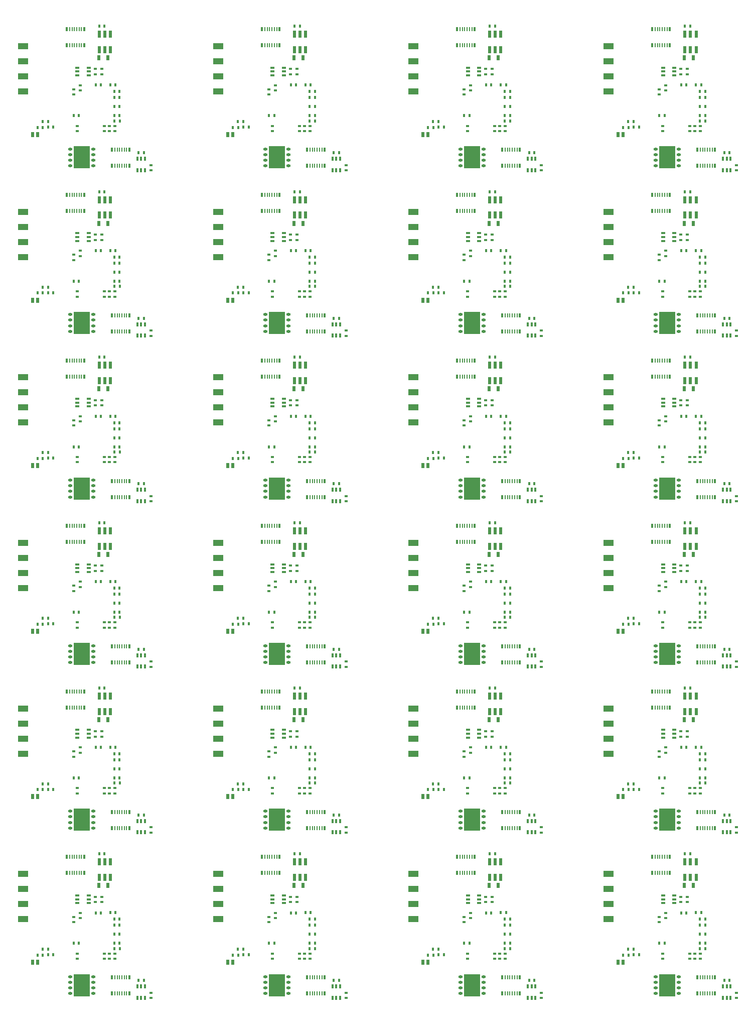
<source format=gbp>
G04 Layer_Color=128*
%FSLAX25Y25*%
%MOIN*%
G70*
G01*
G75*
%ADD13R,0.01598X0.02551*%
%ADD14R,0.01575X0.02362*%
%ADD15R,0.02362X0.01575*%
%ADD17R,0.01378X0.02598*%
%ADD18R,0.00906X0.02598*%
%ADD22R,0.02551X0.01598*%
%ADD43R,0.02441X0.04803*%
%ADD44O,0.02756X0.01969*%
%ADD45R,0.10630X0.14567*%
%ADD46R,0.01969X0.03543*%
%ADD47R,0.06500X0.04000*%
%ADD48R,0.02165X0.03347*%
D13*
X159781Y81700D02*
D03*
X162340D02*
D03*
X164899D02*
D03*
X159781Y89180D02*
D03*
X164899D02*
D03*
X162340D02*
D03*
X289466Y81700D02*
D03*
X292025D02*
D03*
X294584D02*
D03*
X289466Y89180D02*
D03*
X294584D02*
D03*
X292025D02*
D03*
X419151Y81700D02*
D03*
X421710D02*
D03*
X424269D02*
D03*
X419151Y89180D02*
D03*
X424269D02*
D03*
X421710D02*
D03*
X548836Y81700D02*
D03*
X551395D02*
D03*
X553954D02*
D03*
X548836Y89180D02*
D03*
X553954D02*
D03*
X551395D02*
D03*
X159781Y191574D02*
D03*
X162340D02*
D03*
X164899D02*
D03*
X159781Y199054D02*
D03*
X164899D02*
D03*
X162340D02*
D03*
X289466Y191574D02*
D03*
X292025D02*
D03*
X294584D02*
D03*
X289466Y199054D02*
D03*
X294584D02*
D03*
X292025D02*
D03*
X419151Y191574D02*
D03*
X421710D02*
D03*
X424269D02*
D03*
X419151Y199054D02*
D03*
X424269D02*
D03*
X421710D02*
D03*
X548836Y191574D02*
D03*
X551395D02*
D03*
X553954D02*
D03*
X548836Y199054D02*
D03*
X553954D02*
D03*
X551395D02*
D03*
X159781Y301448D02*
D03*
X162340D02*
D03*
X164899D02*
D03*
X159781Y308928D02*
D03*
X164899D02*
D03*
X162340D02*
D03*
X289466Y301448D02*
D03*
X292025D02*
D03*
X294584D02*
D03*
X289466Y308928D02*
D03*
X294584D02*
D03*
X292025D02*
D03*
X419151Y301448D02*
D03*
X421710D02*
D03*
X424269D02*
D03*
X419151Y308928D02*
D03*
X424269D02*
D03*
X421710D02*
D03*
X548836Y301448D02*
D03*
X551395D02*
D03*
X553954D02*
D03*
X548836Y308928D02*
D03*
X553954D02*
D03*
X551395D02*
D03*
X159781Y411322D02*
D03*
X162340D02*
D03*
X164899D02*
D03*
X159781Y418802D02*
D03*
X164899D02*
D03*
X162340D02*
D03*
X289466Y411322D02*
D03*
X292025D02*
D03*
X294584D02*
D03*
X289466Y418802D02*
D03*
X294584D02*
D03*
X292025D02*
D03*
X419151Y411322D02*
D03*
X421710D02*
D03*
X424269D02*
D03*
X419151Y418802D02*
D03*
X424269D02*
D03*
X421710D02*
D03*
X548836Y411322D02*
D03*
X551395D02*
D03*
X553954D02*
D03*
X548836Y418802D02*
D03*
X553954D02*
D03*
X551395D02*
D03*
X159781Y521196D02*
D03*
X162340D02*
D03*
X164899D02*
D03*
X159781Y528676D02*
D03*
X164899D02*
D03*
X162340D02*
D03*
X289466Y521196D02*
D03*
X292025D02*
D03*
X294584D02*
D03*
X289466Y528676D02*
D03*
X294584D02*
D03*
X292025D02*
D03*
X419151Y521196D02*
D03*
X421710D02*
D03*
X424269D02*
D03*
X419151Y528676D02*
D03*
X424269D02*
D03*
X421710D02*
D03*
X548836Y521196D02*
D03*
X551395D02*
D03*
X553954D02*
D03*
X548836Y528676D02*
D03*
X553954D02*
D03*
X551395D02*
D03*
X159781Y631070D02*
D03*
X162340D02*
D03*
X164899D02*
D03*
X159781Y638550D02*
D03*
X164899D02*
D03*
X162340D02*
D03*
X289466Y631070D02*
D03*
X292025D02*
D03*
X294584D02*
D03*
X289466Y638550D02*
D03*
X294584D02*
D03*
X292025D02*
D03*
X419151Y631070D02*
D03*
X421710D02*
D03*
X424269D02*
D03*
X419151Y638550D02*
D03*
X424269D02*
D03*
X421710D02*
D03*
X548836Y631070D02*
D03*
X551395D02*
D03*
X553954D02*
D03*
X548836Y638550D02*
D03*
X553954D02*
D03*
X551395D02*
D03*
D14*
X100469Y110140D02*
D03*
X104012D02*
D03*
X97012Y109940D02*
D03*
X93468D02*
D03*
X96969Y113840D02*
D03*
X100512D02*
D03*
X138012Y177240D02*
D03*
X134468D02*
D03*
X141795Y138094D02*
D03*
X145339D02*
D03*
X144468Y133740D02*
D03*
X148012D02*
D03*
X144468Y129740D02*
D03*
X148012D02*
D03*
X121012Y117740D02*
D03*
X117469D02*
D03*
X144468Y123740D02*
D03*
X148012D02*
D03*
X144569Y114340D02*
D03*
X148112D02*
D03*
X144468Y117740D02*
D03*
X148012D02*
D03*
X132069Y138040D02*
D03*
X135612D02*
D03*
X160669Y93140D02*
D03*
X164212D02*
D03*
X230153Y110140D02*
D03*
X233697D02*
D03*
X226697Y109940D02*
D03*
X223153D02*
D03*
X226654Y113840D02*
D03*
X230197D02*
D03*
X267697Y177240D02*
D03*
X264154D02*
D03*
X271480Y138094D02*
D03*
X275024D02*
D03*
X274153Y133740D02*
D03*
X277697D02*
D03*
X274153Y129740D02*
D03*
X277697D02*
D03*
X250697Y117740D02*
D03*
X247153D02*
D03*
X274153Y123740D02*
D03*
X277697D02*
D03*
X274254Y114340D02*
D03*
X277797D02*
D03*
X274153Y117740D02*
D03*
X277697D02*
D03*
X261754Y138040D02*
D03*
X265297D02*
D03*
X290353Y93140D02*
D03*
X293897D02*
D03*
X359839Y110140D02*
D03*
X363382D02*
D03*
X356382Y109940D02*
D03*
X352839D02*
D03*
X356339Y113840D02*
D03*
X359882D02*
D03*
X397382Y177240D02*
D03*
X393839D02*
D03*
X401165Y138094D02*
D03*
X404709D02*
D03*
X403839Y133740D02*
D03*
X407382D02*
D03*
X403839Y129740D02*
D03*
X407382D02*
D03*
X380382Y117740D02*
D03*
X376839D02*
D03*
X403839Y123740D02*
D03*
X407382D02*
D03*
X403939Y114340D02*
D03*
X407482D02*
D03*
X403839Y117740D02*
D03*
X407382D02*
D03*
X391439Y138040D02*
D03*
X394982D02*
D03*
X420039Y93140D02*
D03*
X423582D02*
D03*
X489524Y110140D02*
D03*
X493067D02*
D03*
X486067Y109940D02*
D03*
X482524D02*
D03*
X486024Y113840D02*
D03*
X489567D02*
D03*
X527067Y177240D02*
D03*
X523524D02*
D03*
X530850Y138094D02*
D03*
X534394D02*
D03*
X533524Y133740D02*
D03*
X537067D02*
D03*
X533524Y129740D02*
D03*
X537067D02*
D03*
X510067Y117740D02*
D03*
X506524D02*
D03*
X533524Y123740D02*
D03*
X537067D02*
D03*
X533624Y114340D02*
D03*
X537167D02*
D03*
X533524Y117740D02*
D03*
X537067D02*
D03*
X521124Y138040D02*
D03*
X524667D02*
D03*
X549724Y93140D02*
D03*
X553267D02*
D03*
X100469Y220014D02*
D03*
X104012D02*
D03*
X97012Y219814D02*
D03*
X93468D02*
D03*
X96969Y223714D02*
D03*
X100512D02*
D03*
X138012Y287114D02*
D03*
X134468D02*
D03*
X141795Y247969D02*
D03*
X145339D02*
D03*
X144468Y243614D02*
D03*
X148012D02*
D03*
X144468Y239614D02*
D03*
X148012D02*
D03*
X121012Y227614D02*
D03*
X117469D02*
D03*
X144468Y233614D02*
D03*
X148012D02*
D03*
X144569Y224214D02*
D03*
X148112D02*
D03*
X144468Y227614D02*
D03*
X148012D02*
D03*
X132069Y247914D02*
D03*
X135612D02*
D03*
X160669Y203014D02*
D03*
X164212D02*
D03*
X230153Y220014D02*
D03*
X233697D02*
D03*
X226697Y219814D02*
D03*
X223153D02*
D03*
X226654Y223714D02*
D03*
X230197D02*
D03*
X267697Y287114D02*
D03*
X264154D02*
D03*
X271480Y247969D02*
D03*
X275024D02*
D03*
X274153Y243614D02*
D03*
X277697D02*
D03*
X274153Y239614D02*
D03*
X277697D02*
D03*
X250697Y227614D02*
D03*
X247153D02*
D03*
X274153Y233614D02*
D03*
X277697D02*
D03*
X274254Y224214D02*
D03*
X277797D02*
D03*
X274153Y227614D02*
D03*
X277697D02*
D03*
X261754Y247914D02*
D03*
X265297D02*
D03*
X290353Y203014D02*
D03*
X293897D02*
D03*
X359839Y220014D02*
D03*
X363382D02*
D03*
X356382Y219814D02*
D03*
X352839D02*
D03*
X356339Y223714D02*
D03*
X359882D02*
D03*
X397382Y287114D02*
D03*
X393839D02*
D03*
X401165Y247969D02*
D03*
X404709D02*
D03*
X403839Y243614D02*
D03*
X407382D02*
D03*
X403839Y239614D02*
D03*
X407382D02*
D03*
X380382Y227614D02*
D03*
X376839D02*
D03*
X403839Y233614D02*
D03*
X407382D02*
D03*
X403939Y224214D02*
D03*
X407482D02*
D03*
X403839Y227614D02*
D03*
X407382D02*
D03*
X391439Y247914D02*
D03*
X394982D02*
D03*
X420039Y203014D02*
D03*
X423582D02*
D03*
X489524Y220014D02*
D03*
X493067D02*
D03*
X486067Y219814D02*
D03*
X482524D02*
D03*
X486024Y223714D02*
D03*
X489567D02*
D03*
X527067Y287114D02*
D03*
X523524D02*
D03*
X530850Y247969D02*
D03*
X534394D02*
D03*
X533524Y243614D02*
D03*
X537067D02*
D03*
X533524Y239614D02*
D03*
X537067D02*
D03*
X510067Y227614D02*
D03*
X506524D02*
D03*
X533524Y233614D02*
D03*
X537067D02*
D03*
X533624Y224214D02*
D03*
X537167D02*
D03*
X533524Y227614D02*
D03*
X537067D02*
D03*
X521124Y247914D02*
D03*
X524667D02*
D03*
X549724Y203014D02*
D03*
X553267D02*
D03*
X100469Y329888D02*
D03*
X104012D02*
D03*
X97012Y329688D02*
D03*
X93468D02*
D03*
X96969Y333588D02*
D03*
X100512D02*
D03*
X138012Y396988D02*
D03*
X134468D02*
D03*
X141795Y357842D02*
D03*
X145339D02*
D03*
X144468Y353488D02*
D03*
X148012D02*
D03*
X144468Y349488D02*
D03*
X148012D02*
D03*
X121012Y337488D02*
D03*
X117469D02*
D03*
X144468Y343488D02*
D03*
X148012D02*
D03*
X144569Y334088D02*
D03*
X148112D02*
D03*
X144468Y337488D02*
D03*
X148012D02*
D03*
X132069Y357788D02*
D03*
X135612D02*
D03*
X160669Y312888D02*
D03*
X164212D02*
D03*
X230153Y329888D02*
D03*
X233697D02*
D03*
X226697Y329688D02*
D03*
X223153D02*
D03*
X226654Y333588D02*
D03*
X230197D02*
D03*
X267697Y396988D02*
D03*
X264154D02*
D03*
X271480Y357842D02*
D03*
X275024D02*
D03*
X274153Y353488D02*
D03*
X277697D02*
D03*
X274153Y349488D02*
D03*
X277697D02*
D03*
X250697Y337488D02*
D03*
X247153D02*
D03*
X274153Y343488D02*
D03*
X277697D02*
D03*
X274254Y334088D02*
D03*
X277797D02*
D03*
X274153Y337488D02*
D03*
X277697D02*
D03*
X261754Y357788D02*
D03*
X265297D02*
D03*
X290353Y312888D02*
D03*
X293897D02*
D03*
X359839Y329888D02*
D03*
X363382D02*
D03*
X356382Y329688D02*
D03*
X352839D02*
D03*
X356339Y333588D02*
D03*
X359882D02*
D03*
X397382Y396988D02*
D03*
X393839D02*
D03*
X401165Y357842D02*
D03*
X404709D02*
D03*
X403839Y353488D02*
D03*
X407382D02*
D03*
X403839Y349488D02*
D03*
X407382D02*
D03*
X380382Y337488D02*
D03*
X376839D02*
D03*
X403839Y343488D02*
D03*
X407382D02*
D03*
X403939Y334088D02*
D03*
X407482D02*
D03*
X403839Y337488D02*
D03*
X407382D02*
D03*
X391439Y357788D02*
D03*
X394982D02*
D03*
X420039Y312888D02*
D03*
X423582D02*
D03*
X489524Y329888D02*
D03*
X493067D02*
D03*
X486067Y329688D02*
D03*
X482524D02*
D03*
X486024Y333588D02*
D03*
X489567D02*
D03*
X527067Y396988D02*
D03*
X523524D02*
D03*
X530850Y357842D02*
D03*
X534394D02*
D03*
X533524Y353488D02*
D03*
X537067D02*
D03*
X533524Y349488D02*
D03*
X537067D02*
D03*
X510067Y337488D02*
D03*
X506524D02*
D03*
X533524Y343488D02*
D03*
X537067D02*
D03*
X533624Y334088D02*
D03*
X537167D02*
D03*
X533524Y337488D02*
D03*
X537067D02*
D03*
X521124Y357788D02*
D03*
X524667D02*
D03*
X549724Y312888D02*
D03*
X553267D02*
D03*
X100469Y439762D02*
D03*
X104012D02*
D03*
X97012Y439562D02*
D03*
X93468D02*
D03*
X96969Y443462D02*
D03*
X100512D02*
D03*
X138012Y506862D02*
D03*
X134468D02*
D03*
X141795Y467717D02*
D03*
X145339D02*
D03*
X144468Y463362D02*
D03*
X148012D02*
D03*
X144468Y459362D02*
D03*
X148012D02*
D03*
X121012Y447362D02*
D03*
X117469D02*
D03*
X144468Y453362D02*
D03*
X148012D02*
D03*
X144569Y443962D02*
D03*
X148112D02*
D03*
X144468Y447362D02*
D03*
X148012D02*
D03*
X132069Y467662D02*
D03*
X135612D02*
D03*
X160669Y422762D02*
D03*
X164212D02*
D03*
X230153Y439762D02*
D03*
X233697D02*
D03*
X226697Y439562D02*
D03*
X223153D02*
D03*
X226654Y443462D02*
D03*
X230197D02*
D03*
X267697Y506862D02*
D03*
X264154D02*
D03*
X271480Y467717D02*
D03*
X275024D02*
D03*
X274153Y463362D02*
D03*
X277697D02*
D03*
X274153Y459362D02*
D03*
X277697D02*
D03*
X250697Y447362D02*
D03*
X247153D02*
D03*
X274153Y453362D02*
D03*
X277697D02*
D03*
X274254Y443962D02*
D03*
X277797D02*
D03*
X274153Y447362D02*
D03*
X277697D02*
D03*
X261754Y467662D02*
D03*
X265297D02*
D03*
X290353Y422762D02*
D03*
X293897D02*
D03*
X359839Y439762D02*
D03*
X363382D02*
D03*
X356382Y439562D02*
D03*
X352839D02*
D03*
X356339Y443462D02*
D03*
X359882D02*
D03*
X397382Y506862D02*
D03*
X393839D02*
D03*
X401165Y467717D02*
D03*
X404709D02*
D03*
X403839Y463362D02*
D03*
X407382D02*
D03*
X403839Y459362D02*
D03*
X407382D02*
D03*
X380382Y447362D02*
D03*
X376839D02*
D03*
X403839Y453362D02*
D03*
X407382D02*
D03*
X403939Y443962D02*
D03*
X407482D02*
D03*
X403839Y447362D02*
D03*
X407382D02*
D03*
X391439Y467662D02*
D03*
X394982D02*
D03*
X420039Y422762D02*
D03*
X423582D02*
D03*
X489524Y439762D02*
D03*
X493067D02*
D03*
X486067Y439562D02*
D03*
X482524D02*
D03*
X486024Y443462D02*
D03*
X489567D02*
D03*
X527067Y506862D02*
D03*
X523524D02*
D03*
X530850Y467717D02*
D03*
X534394D02*
D03*
X533524Y463362D02*
D03*
X537067D02*
D03*
X533524Y459362D02*
D03*
X537067D02*
D03*
X510067Y447362D02*
D03*
X506524D02*
D03*
X533524Y453362D02*
D03*
X537067D02*
D03*
X533624Y443962D02*
D03*
X537167D02*
D03*
X533524Y447362D02*
D03*
X537067D02*
D03*
X521124Y467662D02*
D03*
X524667D02*
D03*
X549724Y422762D02*
D03*
X553267D02*
D03*
X100469Y549636D02*
D03*
X104012D02*
D03*
X97012Y549436D02*
D03*
X93468D02*
D03*
X96969Y553336D02*
D03*
X100512D02*
D03*
X138012Y616736D02*
D03*
X134468D02*
D03*
X141795Y577591D02*
D03*
X145339D02*
D03*
X144468Y573236D02*
D03*
X148012D02*
D03*
X144468Y569236D02*
D03*
X148012D02*
D03*
X121012Y557236D02*
D03*
X117469D02*
D03*
X144468Y563236D02*
D03*
X148012D02*
D03*
X144569Y553836D02*
D03*
X148112D02*
D03*
X144468Y557236D02*
D03*
X148012D02*
D03*
X132069Y577536D02*
D03*
X135612D02*
D03*
X160669Y532636D02*
D03*
X164212D02*
D03*
X230153Y549636D02*
D03*
X233697D02*
D03*
X226697Y549436D02*
D03*
X223153D02*
D03*
X226654Y553336D02*
D03*
X230197D02*
D03*
X267697Y616736D02*
D03*
X264154D02*
D03*
X271480Y577591D02*
D03*
X275024D02*
D03*
X274153Y573236D02*
D03*
X277697D02*
D03*
X274153Y569236D02*
D03*
X277697D02*
D03*
X250697Y557236D02*
D03*
X247153D02*
D03*
X274153Y563236D02*
D03*
X277697D02*
D03*
X274254Y553836D02*
D03*
X277797D02*
D03*
X274153Y557236D02*
D03*
X277697D02*
D03*
X261754Y577536D02*
D03*
X265297D02*
D03*
X290353Y532636D02*
D03*
X293897D02*
D03*
X359839Y549636D02*
D03*
X363382D02*
D03*
X356382Y549436D02*
D03*
X352839D02*
D03*
X356339Y553336D02*
D03*
X359882D02*
D03*
X397382Y616736D02*
D03*
X393839D02*
D03*
X401165Y577591D02*
D03*
X404709D02*
D03*
X403839Y573236D02*
D03*
X407382D02*
D03*
X403839Y569236D02*
D03*
X407382D02*
D03*
X380382Y557236D02*
D03*
X376839D02*
D03*
X403839Y563236D02*
D03*
X407382D02*
D03*
X403939Y553836D02*
D03*
X407482D02*
D03*
X403839Y557236D02*
D03*
X407382D02*
D03*
X391439Y577536D02*
D03*
X394982D02*
D03*
X420039Y532636D02*
D03*
X423582D02*
D03*
X489524Y549636D02*
D03*
X493067D02*
D03*
X486067Y549436D02*
D03*
X482524D02*
D03*
X486024Y553336D02*
D03*
X489567D02*
D03*
X527067Y616736D02*
D03*
X523524D02*
D03*
X530850Y577591D02*
D03*
X534394D02*
D03*
X533524Y573236D02*
D03*
X537067D02*
D03*
X533524Y569236D02*
D03*
X537067D02*
D03*
X510067Y557236D02*
D03*
X506524D02*
D03*
X533524Y563236D02*
D03*
X537067D02*
D03*
X533624Y553836D02*
D03*
X537167D02*
D03*
X533524Y557236D02*
D03*
X537067D02*
D03*
X521124Y577536D02*
D03*
X524667D02*
D03*
X549724Y532636D02*
D03*
X553267D02*
D03*
X100469Y659510D02*
D03*
X104012D02*
D03*
X97012Y659310D02*
D03*
X93468D02*
D03*
X96969Y663210D02*
D03*
X100512D02*
D03*
X138012Y726610D02*
D03*
X134468D02*
D03*
X141795Y687465D02*
D03*
X145339D02*
D03*
X144468Y683110D02*
D03*
X148012D02*
D03*
X144468Y679110D02*
D03*
X148012D02*
D03*
X121012Y667110D02*
D03*
X117469D02*
D03*
X144468Y673110D02*
D03*
X148012D02*
D03*
X144569Y663710D02*
D03*
X148112D02*
D03*
X144468Y667110D02*
D03*
X148012D02*
D03*
X132069Y687410D02*
D03*
X135612D02*
D03*
X160669Y642510D02*
D03*
X164212D02*
D03*
X230153Y659510D02*
D03*
X233697D02*
D03*
X226697Y659310D02*
D03*
X223153D02*
D03*
X226654Y663210D02*
D03*
X230197D02*
D03*
X267697Y726610D02*
D03*
X264154D02*
D03*
X271480Y687465D02*
D03*
X275024D02*
D03*
X274153Y683110D02*
D03*
X277697D02*
D03*
X274153Y679110D02*
D03*
X277697D02*
D03*
X250697Y667110D02*
D03*
X247153D02*
D03*
X274153Y673110D02*
D03*
X277697D02*
D03*
X274254Y663710D02*
D03*
X277797D02*
D03*
X274153Y667110D02*
D03*
X277697D02*
D03*
X261754Y687410D02*
D03*
X265297D02*
D03*
X290353Y642510D02*
D03*
X293897D02*
D03*
X359839Y659510D02*
D03*
X363382D02*
D03*
X356382Y659310D02*
D03*
X352839D02*
D03*
X356339Y663210D02*
D03*
X359882D02*
D03*
X397382Y726610D02*
D03*
X393839D02*
D03*
X401165Y687465D02*
D03*
X404709D02*
D03*
X403839Y683110D02*
D03*
X407382D02*
D03*
X403839Y679110D02*
D03*
X407382D02*
D03*
X380382Y667110D02*
D03*
X376839D02*
D03*
X403839Y673110D02*
D03*
X407382D02*
D03*
X403939Y663710D02*
D03*
X407482D02*
D03*
X403839Y667110D02*
D03*
X407382D02*
D03*
X391439Y687410D02*
D03*
X394982D02*
D03*
X420039Y642510D02*
D03*
X423582D02*
D03*
X489524Y659510D02*
D03*
X493067D02*
D03*
X486067Y659310D02*
D03*
X482524D02*
D03*
X486024Y663210D02*
D03*
X489567D02*
D03*
X527067Y726610D02*
D03*
X523524D02*
D03*
X530850Y687465D02*
D03*
X534394D02*
D03*
X533524Y683110D02*
D03*
X537067D02*
D03*
X533524Y679110D02*
D03*
X537067D02*
D03*
X510067Y667110D02*
D03*
X506524D02*
D03*
X533524Y673110D02*
D03*
X537067D02*
D03*
X533624Y663710D02*
D03*
X537167D02*
D03*
X533524Y667110D02*
D03*
X537067D02*
D03*
X521124Y687410D02*
D03*
X524667D02*
D03*
X549724Y642510D02*
D03*
X553267D02*
D03*
D15*
X144740Y111012D02*
D03*
Y107468D02*
D03*
X141040Y111012D02*
D03*
Y107468D02*
D03*
X121740Y134468D02*
D03*
Y138012D02*
D03*
X137740Y111012D02*
D03*
Y107468D02*
D03*
X119740Y111012D02*
D03*
Y107468D02*
D03*
X117386Y131795D02*
D03*
Y135339D02*
D03*
X131940Y145168D02*
D03*
Y148712D02*
D03*
X136240D02*
D03*
Y145168D02*
D03*
X168740Y85012D02*
D03*
Y81468D02*
D03*
X274425Y111012D02*
D03*
Y107468D02*
D03*
X270725Y111012D02*
D03*
Y107468D02*
D03*
X251425Y134468D02*
D03*
Y138012D02*
D03*
X267425Y111012D02*
D03*
Y107468D02*
D03*
X249425Y111012D02*
D03*
Y107468D02*
D03*
X247071Y131795D02*
D03*
Y135339D02*
D03*
X261625Y145168D02*
D03*
Y148712D02*
D03*
X265925D02*
D03*
Y145168D02*
D03*
X298425Y85012D02*
D03*
Y81468D02*
D03*
X404110Y111012D02*
D03*
Y107468D02*
D03*
X400410Y111012D02*
D03*
Y107468D02*
D03*
X381110Y134468D02*
D03*
Y138012D02*
D03*
X397110Y111012D02*
D03*
Y107468D02*
D03*
X379110Y111012D02*
D03*
Y107468D02*
D03*
X376756Y131795D02*
D03*
Y135339D02*
D03*
X391310Y145168D02*
D03*
Y148712D02*
D03*
X395610D02*
D03*
Y145168D02*
D03*
X428110Y85012D02*
D03*
Y81468D02*
D03*
X533795Y111012D02*
D03*
Y107468D02*
D03*
X530095Y111012D02*
D03*
Y107468D02*
D03*
X510795Y134468D02*
D03*
Y138012D02*
D03*
X526795Y111012D02*
D03*
Y107468D02*
D03*
X508795Y111012D02*
D03*
Y107468D02*
D03*
X506441Y131795D02*
D03*
Y135339D02*
D03*
X520995Y145168D02*
D03*
Y148712D02*
D03*
X525295D02*
D03*
Y145168D02*
D03*
X557795Y85012D02*
D03*
Y81468D02*
D03*
X144740Y220886D02*
D03*
Y217342D02*
D03*
X141040Y220886D02*
D03*
Y217342D02*
D03*
X121740Y244342D02*
D03*
Y247886D02*
D03*
X137740Y220886D02*
D03*
Y217342D02*
D03*
X119740Y220886D02*
D03*
Y217342D02*
D03*
X117386Y241669D02*
D03*
Y245213D02*
D03*
X131940Y255043D02*
D03*
Y258586D02*
D03*
X136240D02*
D03*
Y255043D02*
D03*
X168740Y194886D02*
D03*
Y191342D02*
D03*
X274425Y220886D02*
D03*
Y217342D02*
D03*
X270725Y220886D02*
D03*
Y217342D02*
D03*
X251425Y244342D02*
D03*
Y247886D02*
D03*
X267425Y220886D02*
D03*
Y217342D02*
D03*
X249425Y220886D02*
D03*
Y217342D02*
D03*
X247071Y241669D02*
D03*
Y245213D02*
D03*
X261625Y255043D02*
D03*
Y258586D02*
D03*
X265925D02*
D03*
Y255043D02*
D03*
X298425Y194886D02*
D03*
Y191342D02*
D03*
X404110Y220886D02*
D03*
Y217342D02*
D03*
X400410Y220886D02*
D03*
Y217342D02*
D03*
X381110Y244342D02*
D03*
Y247886D02*
D03*
X397110Y220886D02*
D03*
Y217342D02*
D03*
X379110Y220886D02*
D03*
Y217342D02*
D03*
X376756Y241669D02*
D03*
Y245213D02*
D03*
X391310Y255043D02*
D03*
Y258586D02*
D03*
X395610D02*
D03*
Y255043D02*
D03*
X428110Y194886D02*
D03*
Y191342D02*
D03*
X533795Y220886D02*
D03*
Y217342D02*
D03*
X530095Y220886D02*
D03*
Y217342D02*
D03*
X510795Y244342D02*
D03*
Y247886D02*
D03*
X526795Y220886D02*
D03*
Y217342D02*
D03*
X508795Y220886D02*
D03*
Y217342D02*
D03*
X506441Y241669D02*
D03*
Y245213D02*
D03*
X520995Y255043D02*
D03*
Y258586D02*
D03*
X525295D02*
D03*
Y255043D02*
D03*
X557795Y194886D02*
D03*
Y191342D02*
D03*
X144740Y330760D02*
D03*
Y327217D02*
D03*
X141040Y330760D02*
D03*
Y327217D02*
D03*
X121740Y354217D02*
D03*
Y357760D02*
D03*
X137740Y330760D02*
D03*
Y327217D02*
D03*
X119740Y330760D02*
D03*
Y327217D02*
D03*
X117386Y351543D02*
D03*
Y355087D02*
D03*
X131940Y364917D02*
D03*
Y368460D02*
D03*
X136240D02*
D03*
Y364917D02*
D03*
X168740Y304760D02*
D03*
Y301217D02*
D03*
X274425Y330760D02*
D03*
Y327217D02*
D03*
X270725Y330760D02*
D03*
Y327217D02*
D03*
X251425Y354217D02*
D03*
Y357760D02*
D03*
X267425Y330760D02*
D03*
Y327217D02*
D03*
X249425Y330760D02*
D03*
Y327217D02*
D03*
X247071Y351543D02*
D03*
Y355087D02*
D03*
X261625Y364917D02*
D03*
Y368460D02*
D03*
X265925D02*
D03*
Y364917D02*
D03*
X298425Y304760D02*
D03*
Y301217D02*
D03*
X404110Y330760D02*
D03*
Y327217D02*
D03*
X400410Y330760D02*
D03*
Y327217D02*
D03*
X381110Y354217D02*
D03*
Y357760D02*
D03*
X397110Y330760D02*
D03*
Y327217D02*
D03*
X379110Y330760D02*
D03*
Y327217D02*
D03*
X376756Y351543D02*
D03*
Y355087D02*
D03*
X391310Y364917D02*
D03*
Y368460D02*
D03*
X395610D02*
D03*
Y364917D02*
D03*
X428110Y304760D02*
D03*
Y301217D02*
D03*
X533795Y330760D02*
D03*
Y327217D02*
D03*
X530095Y330760D02*
D03*
Y327217D02*
D03*
X510795Y354217D02*
D03*
Y357760D02*
D03*
X526795Y330760D02*
D03*
Y327217D02*
D03*
X508795Y330760D02*
D03*
Y327217D02*
D03*
X506441Y351543D02*
D03*
Y355087D02*
D03*
X520995Y364917D02*
D03*
Y368460D02*
D03*
X525295D02*
D03*
Y364917D02*
D03*
X557795Y304760D02*
D03*
Y301217D02*
D03*
X144740Y440634D02*
D03*
Y437091D02*
D03*
X141040Y440634D02*
D03*
Y437091D02*
D03*
X121740Y464091D02*
D03*
Y467634D02*
D03*
X137740Y440634D02*
D03*
Y437091D02*
D03*
X119740Y440634D02*
D03*
Y437091D02*
D03*
X117386Y461417D02*
D03*
Y464961D02*
D03*
X131940Y474791D02*
D03*
Y478334D02*
D03*
X136240D02*
D03*
Y474791D02*
D03*
X168740Y414634D02*
D03*
Y411091D02*
D03*
X274425Y440634D02*
D03*
Y437091D02*
D03*
X270725Y440634D02*
D03*
Y437091D02*
D03*
X251425Y464091D02*
D03*
Y467634D02*
D03*
X267425Y440634D02*
D03*
Y437091D02*
D03*
X249425Y440634D02*
D03*
Y437091D02*
D03*
X247071Y461417D02*
D03*
Y464961D02*
D03*
X261625Y474791D02*
D03*
Y478334D02*
D03*
X265925D02*
D03*
Y474791D02*
D03*
X298425Y414634D02*
D03*
Y411091D02*
D03*
X404110Y440634D02*
D03*
Y437091D02*
D03*
X400410Y440634D02*
D03*
Y437091D02*
D03*
X381110Y464091D02*
D03*
Y467634D02*
D03*
X397110Y440634D02*
D03*
Y437091D02*
D03*
X379110Y440634D02*
D03*
Y437091D02*
D03*
X376756Y461417D02*
D03*
Y464961D02*
D03*
X391310Y474791D02*
D03*
Y478334D02*
D03*
X395610D02*
D03*
Y474791D02*
D03*
X428110Y414634D02*
D03*
Y411091D02*
D03*
X533795Y440634D02*
D03*
Y437091D02*
D03*
X530095Y440634D02*
D03*
Y437091D02*
D03*
X510795Y464091D02*
D03*
Y467634D02*
D03*
X526795Y440634D02*
D03*
Y437091D02*
D03*
X508795Y440634D02*
D03*
Y437091D02*
D03*
X506441Y461417D02*
D03*
Y464961D02*
D03*
X520995Y474791D02*
D03*
Y478334D02*
D03*
X525295D02*
D03*
Y474791D02*
D03*
X557795Y414634D02*
D03*
Y411091D02*
D03*
X144740Y550508D02*
D03*
Y546965D02*
D03*
X141040Y550508D02*
D03*
Y546965D02*
D03*
X121740Y573965D02*
D03*
Y577508D02*
D03*
X137740Y550508D02*
D03*
Y546965D02*
D03*
X119740Y550508D02*
D03*
Y546965D02*
D03*
X117386Y571291D02*
D03*
Y574835D02*
D03*
X131940Y584665D02*
D03*
Y588208D02*
D03*
X136240D02*
D03*
Y584665D02*
D03*
X168740Y524508D02*
D03*
Y520965D02*
D03*
X274425Y550508D02*
D03*
Y546965D02*
D03*
X270725Y550508D02*
D03*
Y546965D02*
D03*
X251425Y573965D02*
D03*
Y577508D02*
D03*
X267425Y550508D02*
D03*
Y546965D02*
D03*
X249425Y550508D02*
D03*
Y546965D02*
D03*
X247071Y571291D02*
D03*
Y574835D02*
D03*
X261625Y584665D02*
D03*
Y588208D02*
D03*
X265925D02*
D03*
Y584665D02*
D03*
X298425Y524508D02*
D03*
Y520965D02*
D03*
X404110Y550508D02*
D03*
Y546965D02*
D03*
X400410Y550508D02*
D03*
Y546965D02*
D03*
X381110Y573965D02*
D03*
Y577508D02*
D03*
X397110Y550508D02*
D03*
Y546965D02*
D03*
X379110Y550508D02*
D03*
Y546965D02*
D03*
X376756Y571291D02*
D03*
Y574835D02*
D03*
X391310Y584665D02*
D03*
Y588208D02*
D03*
X395610D02*
D03*
Y584665D02*
D03*
X428110Y524508D02*
D03*
Y520965D02*
D03*
X533795Y550508D02*
D03*
Y546965D02*
D03*
X530095Y550508D02*
D03*
Y546965D02*
D03*
X510795Y573965D02*
D03*
Y577508D02*
D03*
X526795Y550508D02*
D03*
Y546965D02*
D03*
X508795Y550508D02*
D03*
Y546965D02*
D03*
X506441Y571291D02*
D03*
Y574835D02*
D03*
X520995Y584665D02*
D03*
Y588208D02*
D03*
X525295D02*
D03*
Y584665D02*
D03*
X557795Y524508D02*
D03*
Y520965D02*
D03*
X144740Y660382D02*
D03*
Y656839D02*
D03*
X141040Y660382D02*
D03*
Y656839D02*
D03*
X121740Y683839D02*
D03*
Y687382D02*
D03*
X137740Y660382D02*
D03*
Y656839D02*
D03*
X119740Y660382D02*
D03*
Y656839D02*
D03*
X117386Y681165D02*
D03*
Y684709D02*
D03*
X131940Y694539D02*
D03*
Y698082D02*
D03*
X136240D02*
D03*
Y694539D02*
D03*
X168740Y634382D02*
D03*
Y630839D02*
D03*
X274425Y660382D02*
D03*
Y656839D02*
D03*
X270725Y660382D02*
D03*
Y656839D02*
D03*
X251425Y683839D02*
D03*
Y687382D02*
D03*
X267425Y660382D02*
D03*
Y656839D02*
D03*
X249425Y660382D02*
D03*
Y656839D02*
D03*
X247071Y681165D02*
D03*
Y684709D02*
D03*
X261625Y694539D02*
D03*
Y698082D02*
D03*
X265925D02*
D03*
Y694539D02*
D03*
X298425Y634382D02*
D03*
Y630839D02*
D03*
X404110Y660382D02*
D03*
Y656839D02*
D03*
X400410Y660382D02*
D03*
Y656839D02*
D03*
X381110Y683839D02*
D03*
Y687382D02*
D03*
X397110Y660382D02*
D03*
Y656839D02*
D03*
X379110Y660382D02*
D03*
Y656839D02*
D03*
X376756Y681165D02*
D03*
Y684709D02*
D03*
X391310Y694539D02*
D03*
Y698082D02*
D03*
X395610D02*
D03*
Y694539D02*
D03*
X428110Y634382D02*
D03*
Y630839D02*
D03*
X533795Y660382D02*
D03*
Y656839D02*
D03*
X530095Y660382D02*
D03*
Y656839D02*
D03*
X510795Y683839D02*
D03*
Y687382D02*
D03*
X526795Y660382D02*
D03*
Y656839D02*
D03*
X508795Y660382D02*
D03*
Y656839D02*
D03*
X506441Y681165D02*
D03*
Y684709D02*
D03*
X520995Y694539D02*
D03*
Y698082D02*
D03*
X525295D02*
D03*
Y694539D02*
D03*
X557795Y634382D02*
D03*
Y630839D02*
D03*
D17*
X154547Y95075D02*
D03*
Y84405D02*
D03*
X142933D02*
D03*
Y95075D02*
D03*
X124547Y175075D02*
D03*
Y164406D02*
D03*
X112933D02*
D03*
Y175075D02*
D03*
X284232Y95075D02*
D03*
Y84405D02*
D03*
X272618D02*
D03*
Y95075D02*
D03*
X254232Y175075D02*
D03*
Y164406D02*
D03*
X242618D02*
D03*
Y175075D02*
D03*
X413917Y95075D02*
D03*
Y84405D02*
D03*
X402303D02*
D03*
Y95075D02*
D03*
X383917Y175075D02*
D03*
Y164406D02*
D03*
X372303D02*
D03*
Y175075D02*
D03*
X543602Y95075D02*
D03*
Y84405D02*
D03*
X531988D02*
D03*
Y95075D02*
D03*
X513602Y175075D02*
D03*
Y164406D02*
D03*
X501988D02*
D03*
Y175075D02*
D03*
X154547Y204949D02*
D03*
Y194280D02*
D03*
X142933D02*
D03*
Y204949D02*
D03*
X124547Y284949D02*
D03*
Y274279D02*
D03*
X112933D02*
D03*
Y284949D02*
D03*
X284232Y204949D02*
D03*
Y194280D02*
D03*
X272618D02*
D03*
Y204949D02*
D03*
X254232Y284949D02*
D03*
Y274279D02*
D03*
X242618D02*
D03*
Y284949D02*
D03*
X413917Y204949D02*
D03*
Y194280D02*
D03*
X402303D02*
D03*
Y204949D02*
D03*
X383917Y284949D02*
D03*
Y274279D02*
D03*
X372303D02*
D03*
Y284949D02*
D03*
X543602Y204949D02*
D03*
Y194280D02*
D03*
X531988D02*
D03*
Y204949D02*
D03*
X513602Y284949D02*
D03*
Y274279D02*
D03*
X501988D02*
D03*
Y284949D02*
D03*
X154547Y314823D02*
D03*
Y304153D02*
D03*
X142933D02*
D03*
Y314823D02*
D03*
X124547Y394823D02*
D03*
Y384154D02*
D03*
X112933D02*
D03*
Y394823D02*
D03*
X284232Y314823D02*
D03*
Y304153D02*
D03*
X272618D02*
D03*
Y314823D02*
D03*
X254232Y394823D02*
D03*
Y384154D02*
D03*
X242618D02*
D03*
Y394823D02*
D03*
X413917Y314823D02*
D03*
Y304153D02*
D03*
X402303D02*
D03*
Y314823D02*
D03*
X383917Y394823D02*
D03*
Y384154D02*
D03*
X372303D02*
D03*
Y394823D02*
D03*
X543602Y314823D02*
D03*
Y304153D02*
D03*
X531988D02*
D03*
Y314823D02*
D03*
X513602Y394823D02*
D03*
Y384154D02*
D03*
X501988D02*
D03*
Y394823D02*
D03*
X154547Y424697D02*
D03*
Y414028D02*
D03*
X142933D02*
D03*
Y424697D02*
D03*
X124547Y504697D02*
D03*
Y494028D02*
D03*
X112933D02*
D03*
Y504697D02*
D03*
X284232Y424697D02*
D03*
Y414028D02*
D03*
X272618D02*
D03*
Y424697D02*
D03*
X254232Y504697D02*
D03*
Y494028D02*
D03*
X242618D02*
D03*
Y504697D02*
D03*
X413917Y424697D02*
D03*
Y414028D02*
D03*
X402303D02*
D03*
Y424697D02*
D03*
X383917Y504697D02*
D03*
Y494028D02*
D03*
X372303D02*
D03*
Y504697D02*
D03*
X543602Y424697D02*
D03*
Y414028D02*
D03*
X531988D02*
D03*
Y424697D02*
D03*
X513602Y504697D02*
D03*
Y494028D02*
D03*
X501988D02*
D03*
Y504697D02*
D03*
X154547Y534571D02*
D03*
Y523902D02*
D03*
X142933D02*
D03*
Y534571D02*
D03*
X124547Y614571D02*
D03*
Y603902D02*
D03*
X112933D02*
D03*
Y614571D02*
D03*
X284232Y534571D02*
D03*
Y523902D02*
D03*
X272618D02*
D03*
Y534571D02*
D03*
X254232Y614571D02*
D03*
Y603902D02*
D03*
X242618D02*
D03*
Y614571D02*
D03*
X413917Y534571D02*
D03*
Y523902D02*
D03*
X402303D02*
D03*
Y534571D02*
D03*
X383917Y614571D02*
D03*
Y603902D02*
D03*
X372303D02*
D03*
Y614571D02*
D03*
X543602Y534571D02*
D03*
Y523902D02*
D03*
X531988D02*
D03*
Y534571D02*
D03*
X513602Y614571D02*
D03*
Y603902D02*
D03*
X501988D02*
D03*
Y614571D02*
D03*
X154547Y644445D02*
D03*
Y633776D02*
D03*
X142933D02*
D03*
Y644445D02*
D03*
X124547Y724445D02*
D03*
Y713776D02*
D03*
X112933D02*
D03*
Y724445D02*
D03*
X284232Y644445D02*
D03*
Y633776D02*
D03*
X272618D02*
D03*
Y644445D02*
D03*
X254232Y724445D02*
D03*
Y713776D02*
D03*
X242618D02*
D03*
Y724445D02*
D03*
X413917Y644445D02*
D03*
Y633776D02*
D03*
X402303D02*
D03*
Y644445D02*
D03*
X383917Y724445D02*
D03*
Y713776D02*
D03*
X372303D02*
D03*
Y724445D02*
D03*
X543602Y644445D02*
D03*
Y633776D02*
D03*
X531988D02*
D03*
Y644445D02*
D03*
X513602Y724445D02*
D03*
Y713776D02*
D03*
X501988D02*
D03*
Y724445D02*
D03*
D18*
X152677Y84405D02*
D03*
X151102D02*
D03*
X149528D02*
D03*
X147953D02*
D03*
X146378D02*
D03*
X144803D02*
D03*
Y95075D02*
D03*
X146378D02*
D03*
X147953D02*
D03*
X149528D02*
D03*
X151102D02*
D03*
X152677D02*
D03*
X122677Y164406D02*
D03*
X121102D02*
D03*
X119528D02*
D03*
X117953D02*
D03*
X116378D02*
D03*
X114803D02*
D03*
Y175075D02*
D03*
X116378D02*
D03*
X117953D02*
D03*
X119528D02*
D03*
X121102D02*
D03*
X122677D02*
D03*
X282362Y84405D02*
D03*
X280787D02*
D03*
X279213D02*
D03*
X277638D02*
D03*
X276063D02*
D03*
X274488D02*
D03*
Y95075D02*
D03*
X276063D02*
D03*
X277638D02*
D03*
X279213D02*
D03*
X280787D02*
D03*
X282362D02*
D03*
X252362Y164406D02*
D03*
X250787D02*
D03*
X249213D02*
D03*
X247638D02*
D03*
X246063D02*
D03*
X244488D02*
D03*
Y175075D02*
D03*
X246063D02*
D03*
X247638D02*
D03*
X249213D02*
D03*
X250787D02*
D03*
X252362D02*
D03*
X412047Y84405D02*
D03*
X410472D02*
D03*
X408898D02*
D03*
X407323D02*
D03*
X405748D02*
D03*
X404173D02*
D03*
Y95075D02*
D03*
X405748D02*
D03*
X407323D02*
D03*
X408898D02*
D03*
X410472D02*
D03*
X412047D02*
D03*
X382047Y164406D02*
D03*
X380472D02*
D03*
X378898D02*
D03*
X377323D02*
D03*
X375748D02*
D03*
X374173D02*
D03*
Y175075D02*
D03*
X375748D02*
D03*
X377323D02*
D03*
X378898D02*
D03*
X380472D02*
D03*
X382047D02*
D03*
X541732Y84405D02*
D03*
X540158D02*
D03*
X538583D02*
D03*
X537008D02*
D03*
X535433D02*
D03*
X533858D02*
D03*
Y95075D02*
D03*
X535433D02*
D03*
X537008D02*
D03*
X538583D02*
D03*
X540158D02*
D03*
X541732D02*
D03*
X511732Y164406D02*
D03*
X510157D02*
D03*
X508583D02*
D03*
X507008D02*
D03*
X505433D02*
D03*
X503858D02*
D03*
Y175075D02*
D03*
X505433D02*
D03*
X507008D02*
D03*
X508583D02*
D03*
X510157D02*
D03*
X511732D02*
D03*
X152677Y194280D02*
D03*
X151102D02*
D03*
X149528D02*
D03*
X147953D02*
D03*
X146378D02*
D03*
X144803D02*
D03*
Y204949D02*
D03*
X146378D02*
D03*
X147953D02*
D03*
X149528D02*
D03*
X151102D02*
D03*
X152677D02*
D03*
X122677Y274279D02*
D03*
X121102D02*
D03*
X119528D02*
D03*
X117953D02*
D03*
X116378D02*
D03*
X114803D02*
D03*
Y284949D02*
D03*
X116378D02*
D03*
X117953D02*
D03*
X119528D02*
D03*
X121102D02*
D03*
X122677D02*
D03*
X282362Y194280D02*
D03*
X280787D02*
D03*
X279213D02*
D03*
X277638D02*
D03*
X276063D02*
D03*
X274488D02*
D03*
Y204949D02*
D03*
X276063D02*
D03*
X277638D02*
D03*
X279213D02*
D03*
X280787D02*
D03*
X282362D02*
D03*
X252362Y274279D02*
D03*
X250787D02*
D03*
X249213D02*
D03*
X247638D02*
D03*
X246063D02*
D03*
X244488D02*
D03*
Y284949D02*
D03*
X246063D02*
D03*
X247638D02*
D03*
X249213D02*
D03*
X250787D02*
D03*
X252362D02*
D03*
X412047Y194280D02*
D03*
X410472D02*
D03*
X408898D02*
D03*
X407323D02*
D03*
X405748D02*
D03*
X404173D02*
D03*
Y204949D02*
D03*
X405748D02*
D03*
X407323D02*
D03*
X408898D02*
D03*
X410472D02*
D03*
X412047D02*
D03*
X382047Y274279D02*
D03*
X380472D02*
D03*
X378898D02*
D03*
X377323D02*
D03*
X375748D02*
D03*
X374173D02*
D03*
Y284949D02*
D03*
X375748D02*
D03*
X377323D02*
D03*
X378898D02*
D03*
X380472D02*
D03*
X382047D02*
D03*
X541732Y194280D02*
D03*
X540158D02*
D03*
X538583D02*
D03*
X537008D02*
D03*
X535433D02*
D03*
X533858D02*
D03*
Y204949D02*
D03*
X535433D02*
D03*
X537008D02*
D03*
X538583D02*
D03*
X540158D02*
D03*
X541732D02*
D03*
X511732Y274279D02*
D03*
X510157D02*
D03*
X508583D02*
D03*
X507008D02*
D03*
X505433D02*
D03*
X503858D02*
D03*
Y284949D02*
D03*
X505433D02*
D03*
X507008D02*
D03*
X508583D02*
D03*
X510157D02*
D03*
X511732D02*
D03*
X152677Y304154D02*
D03*
X151102D02*
D03*
X149528D02*
D03*
X147953D02*
D03*
X146378D02*
D03*
X144803D02*
D03*
Y314823D02*
D03*
X146378D02*
D03*
X147953D02*
D03*
X149528D02*
D03*
X151102D02*
D03*
X152677D02*
D03*
X122677Y384154D02*
D03*
X121102D02*
D03*
X119528D02*
D03*
X117953D02*
D03*
X116378D02*
D03*
X114803D02*
D03*
Y394823D02*
D03*
X116378D02*
D03*
X117953D02*
D03*
X119528D02*
D03*
X121102D02*
D03*
X122677D02*
D03*
X282362Y304154D02*
D03*
X280787D02*
D03*
X279213D02*
D03*
X277638D02*
D03*
X276063D02*
D03*
X274488D02*
D03*
Y314823D02*
D03*
X276063D02*
D03*
X277638D02*
D03*
X279213D02*
D03*
X280787D02*
D03*
X282362D02*
D03*
X252362Y384154D02*
D03*
X250787D02*
D03*
X249213D02*
D03*
X247638D02*
D03*
X246063D02*
D03*
X244488D02*
D03*
Y394823D02*
D03*
X246063D02*
D03*
X247638D02*
D03*
X249213D02*
D03*
X250787D02*
D03*
X252362D02*
D03*
X412047Y304154D02*
D03*
X410472D02*
D03*
X408898D02*
D03*
X407323D02*
D03*
X405748D02*
D03*
X404173D02*
D03*
Y314823D02*
D03*
X405748D02*
D03*
X407323D02*
D03*
X408898D02*
D03*
X410472D02*
D03*
X412047D02*
D03*
X382047Y384154D02*
D03*
X380472D02*
D03*
X378898D02*
D03*
X377323D02*
D03*
X375748D02*
D03*
X374173D02*
D03*
Y394823D02*
D03*
X375748D02*
D03*
X377323D02*
D03*
X378898D02*
D03*
X380472D02*
D03*
X382047D02*
D03*
X541732Y304154D02*
D03*
X540158D02*
D03*
X538583D02*
D03*
X537008D02*
D03*
X535433D02*
D03*
X533858D02*
D03*
Y314823D02*
D03*
X535433D02*
D03*
X537008D02*
D03*
X538583D02*
D03*
X540158D02*
D03*
X541732D02*
D03*
X511732Y384154D02*
D03*
X510157D02*
D03*
X508583D02*
D03*
X507008D02*
D03*
X505433D02*
D03*
X503858D02*
D03*
Y394823D02*
D03*
X505433D02*
D03*
X507008D02*
D03*
X508583D02*
D03*
X510157D02*
D03*
X511732D02*
D03*
X152677Y414028D02*
D03*
X151102D02*
D03*
X149528D02*
D03*
X147953D02*
D03*
X146378D02*
D03*
X144803D02*
D03*
Y424697D02*
D03*
X146378D02*
D03*
X147953D02*
D03*
X149528D02*
D03*
X151102D02*
D03*
X152677D02*
D03*
X122677Y494028D02*
D03*
X121102D02*
D03*
X119528D02*
D03*
X117953D02*
D03*
X116378D02*
D03*
X114803D02*
D03*
Y504697D02*
D03*
X116378D02*
D03*
X117953D02*
D03*
X119528D02*
D03*
X121102D02*
D03*
X122677D02*
D03*
X282362Y414028D02*
D03*
X280787D02*
D03*
X279213D02*
D03*
X277638D02*
D03*
X276063D02*
D03*
X274488D02*
D03*
Y424697D02*
D03*
X276063D02*
D03*
X277638D02*
D03*
X279213D02*
D03*
X280787D02*
D03*
X282362D02*
D03*
X252362Y494028D02*
D03*
X250787D02*
D03*
X249213D02*
D03*
X247638D02*
D03*
X246063D02*
D03*
X244488D02*
D03*
Y504697D02*
D03*
X246063D02*
D03*
X247638D02*
D03*
X249213D02*
D03*
X250787D02*
D03*
X252362D02*
D03*
X412047Y414028D02*
D03*
X410472D02*
D03*
X408898D02*
D03*
X407323D02*
D03*
X405748D02*
D03*
X404173D02*
D03*
Y424697D02*
D03*
X405748D02*
D03*
X407323D02*
D03*
X408898D02*
D03*
X410472D02*
D03*
X412047D02*
D03*
X382047Y494028D02*
D03*
X380472D02*
D03*
X378898D02*
D03*
X377323D02*
D03*
X375748D02*
D03*
X374173D02*
D03*
Y504697D02*
D03*
X375748D02*
D03*
X377323D02*
D03*
X378898D02*
D03*
X380472D02*
D03*
X382047D02*
D03*
X541732Y414028D02*
D03*
X540158D02*
D03*
X538583D02*
D03*
X537008D02*
D03*
X535433D02*
D03*
X533858D02*
D03*
Y424697D02*
D03*
X535433D02*
D03*
X537008D02*
D03*
X538583D02*
D03*
X540158D02*
D03*
X541732D02*
D03*
X511732Y494028D02*
D03*
X510157D02*
D03*
X508583D02*
D03*
X507008D02*
D03*
X505433D02*
D03*
X503858D02*
D03*
Y504697D02*
D03*
X505433D02*
D03*
X507008D02*
D03*
X508583D02*
D03*
X510157D02*
D03*
X511732D02*
D03*
X152677Y523902D02*
D03*
X151102D02*
D03*
X149528D02*
D03*
X147953D02*
D03*
X146378D02*
D03*
X144803D02*
D03*
Y534571D02*
D03*
X146378D02*
D03*
X147953D02*
D03*
X149528D02*
D03*
X151102D02*
D03*
X152677D02*
D03*
X122677Y603902D02*
D03*
X121102D02*
D03*
X119528D02*
D03*
X117953D02*
D03*
X116378D02*
D03*
X114803D02*
D03*
Y614571D02*
D03*
X116378D02*
D03*
X117953D02*
D03*
X119528D02*
D03*
X121102D02*
D03*
X122677D02*
D03*
X282362Y523902D02*
D03*
X280787D02*
D03*
X279213D02*
D03*
X277638D02*
D03*
X276063D02*
D03*
X274488D02*
D03*
Y534571D02*
D03*
X276063D02*
D03*
X277638D02*
D03*
X279213D02*
D03*
X280787D02*
D03*
X282362D02*
D03*
X252362Y603902D02*
D03*
X250787D02*
D03*
X249213D02*
D03*
X247638D02*
D03*
X246063D02*
D03*
X244488D02*
D03*
Y614571D02*
D03*
X246063D02*
D03*
X247638D02*
D03*
X249213D02*
D03*
X250787D02*
D03*
X252362D02*
D03*
X412047Y523902D02*
D03*
X410472D02*
D03*
X408898D02*
D03*
X407323D02*
D03*
X405748D02*
D03*
X404173D02*
D03*
Y534571D02*
D03*
X405748D02*
D03*
X407323D02*
D03*
X408898D02*
D03*
X410472D02*
D03*
X412047D02*
D03*
X382047Y603902D02*
D03*
X380472D02*
D03*
X378898D02*
D03*
X377323D02*
D03*
X375748D02*
D03*
X374173D02*
D03*
Y614571D02*
D03*
X375748D02*
D03*
X377323D02*
D03*
X378898D02*
D03*
X380472D02*
D03*
X382047D02*
D03*
X541732Y523902D02*
D03*
X540158D02*
D03*
X538583D02*
D03*
X537008D02*
D03*
X535433D02*
D03*
X533858D02*
D03*
Y534571D02*
D03*
X535433D02*
D03*
X537008D02*
D03*
X538583D02*
D03*
X540158D02*
D03*
X541732D02*
D03*
X511732Y603902D02*
D03*
X510157D02*
D03*
X508583D02*
D03*
X507008D02*
D03*
X505433D02*
D03*
X503858D02*
D03*
Y614571D02*
D03*
X505433D02*
D03*
X507008D02*
D03*
X508583D02*
D03*
X510157D02*
D03*
X511732D02*
D03*
X152677Y633776D02*
D03*
X151102D02*
D03*
X149528D02*
D03*
X147953D02*
D03*
X146378D02*
D03*
X144803D02*
D03*
Y644445D02*
D03*
X146378D02*
D03*
X147953D02*
D03*
X149528D02*
D03*
X151102D02*
D03*
X152677D02*
D03*
X122677Y713776D02*
D03*
X121102D02*
D03*
X119528D02*
D03*
X117953D02*
D03*
X116378D02*
D03*
X114803D02*
D03*
Y724445D02*
D03*
X116378D02*
D03*
X117953D02*
D03*
X119528D02*
D03*
X121102D02*
D03*
X122677D02*
D03*
X282362Y633776D02*
D03*
X280787D02*
D03*
X279213D02*
D03*
X277638D02*
D03*
X276063D02*
D03*
X274488D02*
D03*
Y644445D02*
D03*
X276063D02*
D03*
X277638D02*
D03*
X279213D02*
D03*
X280787D02*
D03*
X282362D02*
D03*
X252362Y713776D02*
D03*
X250787D02*
D03*
X249213D02*
D03*
X247638D02*
D03*
X246063D02*
D03*
X244488D02*
D03*
Y724445D02*
D03*
X246063D02*
D03*
X247638D02*
D03*
X249213D02*
D03*
X250787D02*
D03*
X252362D02*
D03*
X412047Y633776D02*
D03*
X410472D02*
D03*
X408898D02*
D03*
X407323D02*
D03*
X405748D02*
D03*
X404173D02*
D03*
Y644445D02*
D03*
X405748D02*
D03*
X407323D02*
D03*
X408898D02*
D03*
X410472D02*
D03*
X412047D02*
D03*
X382047Y713776D02*
D03*
X380472D02*
D03*
X378898D02*
D03*
X377323D02*
D03*
X375748D02*
D03*
X374173D02*
D03*
Y724445D02*
D03*
X375748D02*
D03*
X377323D02*
D03*
X378898D02*
D03*
X380472D02*
D03*
X382047D02*
D03*
X541732Y633776D02*
D03*
X540158D02*
D03*
X538583D02*
D03*
X537008D02*
D03*
X535433D02*
D03*
X533858D02*
D03*
Y644445D02*
D03*
X535433D02*
D03*
X537008D02*
D03*
X538583D02*
D03*
X540158D02*
D03*
X541732D02*
D03*
X511732Y713776D02*
D03*
X510157D02*
D03*
X508583D02*
D03*
X507008D02*
D03*
X505433D02*
D03*
X503858D02*
D03*
Y724445D02*
D03*
X505433D02*
D03*
X507008D02*
D03*
X508583D02*
D03*
X510157D02*
D03*
X511732D02*
D03*
D22*
X127480Y147040D02*
D03*
Y144481D02*
D03*
Y149599D02*
D03*
X120000Y144481D02*
D03*
Y147040D02*
D03*
Y149599D02*
D03*
X257165Y147040D02*
D03*
Y144481D02*
D03*
Y149599D02*
D03*
X249685Y144481D02*
D03*
Y147040D02*
D03*
Y149599D02*
D03*
X386850Y147040D02*
D03*
Y144481D02*
D03*
Y149599D02*
D03*
X379370Y144481D02*
D03*
Y147040D02*
D03*
Y149599D02*
D03*
X516535Y147040D02*
D03*
Y144481D02*
D03*
Y149599D02*
D03*
X509055Y144481D02*
D03*
Y147040D02*
D03*
Y149599D02*
D03*
X127480Y256914D02*
D03*
Y254355D02*
D03*
Y259473D02*
D03*
X120000Y254355D02*
D03*
Y256914D02*
D03*
Y259473D02*
D03*
X257165Y256914D02*
D03*
Y254355D02*
D03*
Y259473D02*
D03*
X249685Y254355D02*
D03*
Y256914D02*
D03*
Y259473D02*
D03*
X386850Y256914D02*
D03*
Y254355D02*
D03*
Y259473D02*
D03*
X379370Y254355D02*
D03*
Y256914D02*
D03*
Y259473D02*
D03*
X516535Y256914D02*
D03*
Y254355D02*
D03*
Y259473D02*
D03*
X509055Y254355D02*
D03*
Y256914D02*
D03*
Y259473D02*
D03*
X127480Y366788D02*
D03*
Y364229D02*
D03*
Y369347D02*
D03*
X120000Y364229D02*
D03*
Y366788D02*
D03*
Y369347D02*
D03*
X257165Y366788D02*
D03*
Y364229D02*
D03*
Y369347D02*
D03*
X249685Y364229D02*
D03*
Y366788D02*
D03*
Y369347D02*
D03*
X386850Y366788D02*
D03*
Y364229D02*
D03*
Y369347D02*
D03*
X379370Y364229D02*
D03*
Y366788D02*
D03*
Y369347D02*
D03*
X516535Y366788D02*
D03*
Y364229D02*
D03*
Y369347D02*
D03*
X509055Y364229D02*
D03*
Y366788D02*
D03*
Y369347D02*
D03*
X127480Y476662D02*
D03*
Y474103D02*
D03*
Y479221D02*
D03*
X120000Y474103D02*
D03*
Y476662D02*
D03*
Y479221D02*
D03*
X257165Y476662D02*
D03*
Y474103D02*
D03*
Y479221D02*
D03*
X249685Y474103D02*
D03*
Y476662D02*
D03*
Y479221D02*
D03*
X386850Y476662D02*
D03*
Y474103D02*
D03*
Y479221D02*
D03*
X379370Y474103D02*
D03*
Y476662D02*
D03*
Y479221D02*
D03*
X516535Y476662D02*
D03*
Y474103D02*
D03*
Y479221D02*
D03*
X509055Y474103D02*
D03*
Y476662D02*
D03*
Y479221D02*
D03*
X127480Y586536D02*
D03*
Y583977D02*
D03*
Y589095D02*
D03*
X120000Y583977D02*
D03*
Y586536D02*
D03*
Y589095D02*
D03*
X257165Y586536D02*
D03*
Y583977D02*
D03*
Y589095D02*
D03*
X249685Y583977D02*
D03*
Y586536D02*
D03*
Y589095D02*
D03*
X386850Y586536D02*
D03*
Y583977D02*
D03*
Y589095D02*
D03*
X379370Y583977D02*
D03*
Y586536D02*
D03*
Y589095D02*
D03*
X516535Y586536D02*
D03*
Y583977D02*
D03*
Y589095D02*
D03*
X509055Y583977D02*
D03*
Y586536D02*
D03*
Y589095D02*
D03*
X127480Y696410D02*
D03*
Y693851D02*
D03*
Y698969D02*
D03*
X120000Y693851D02*
D03*
Y696410D02*
D03*
Y698969D02*
D03*
X257165Y696410D02*
D03*
Y693851D02*
D03*
Y698969D02*
D03*
X249685Y693851D02*
D03*
Y696410D02*
D03*
Y698969D02*
D03*
X386850Y696410D02*
D03*
Y693851D02*
D03*
Y698969D02*
D03*
X379370Y693851D02*
D03*
Y696410D02*
D03*
Y698969D02*
D03*
X516535Y696410D02*
D03*
Y693851D02*
D03*
Y698969D02*
D03*
X509055Y693851D02*
D03*
Y696410D02*
D03*
Y698969D02*
D03*
D43*
X138240Y161583D02*
D03*
X134500D02*
D03*
X141980D02*
D03*
Y171898D02*
D03*
X138240D02*
D03*
X134500D02*
D03*
X267925Y161583D02*
D03*
X264185D02*
D03*
X271665D02*
D03*
Y171898D02*
D03*
X267925D02*
D03*
X264185D02*
D03*
X397610Y161583D02*
D03*
X393870D02*
D03*
X401350D02*
D03*
Y171898D02*
D03*
X397610D02*
D03*
X393870D02*
D03*
X527295Y161583D02*
D03*
X523555D02*
D03*
X531035D02*
D03*
Y171898D02*
D03*
X527295D02*
D03*
X523555D02*
D03*
X138240Y271457D02*
D03*
X134500D02*
D03*
X141980D02*
D03*
Y281772D02*
D03*
X138240D02*
D03*
X134500D02*
D03*
X267925Y271457D02*
D03*
X264185D02*
D03*
X271665D02*
D03*
Y281772D02*
D03*
X267925D02*
D03*
X264185D02*
D03*
X397610Y271457D02*
D03*
X393870D02*
D03*
X401350D02*
D03*
Y281772D02*
D03*
X397610D02*
D03*
X393870D02*
D03*
X527295Y271457D02*
D03*
X523555D02*
D03*
X531035D02*
D03*
Y281772D02*
D03*
X527295D02*
D03*
X523555D02*
D03*
X138240Y381331D02*
D03*
X134500D02*
D03*
X141980D02*
D03*
Y391646D02*
D03*
X138240D02*
D03*
X134500D02*
D03*
X267925Y381331D02*
D03*
X264185D02*
D03*
X271665D02*
D03*
Y391646D02*
D03*
X267925D02*
D03*
X264185D02*
D03*
X397610Y381331D02*
D03*
X393870D02*
D03*
X401350D02*
D03*
Y391646D02*
D03*
X397610D02*
D03*
X393870D02*
D03*
X527295Y381331D02*
D03*
X523555D02*
D03*
X531035D02*
D03*
Y391646D02*
D03*
X527295D02*
D03*
X523555D02*
D03*
X138240Y491205D02*
D03*
X134500D02*
D03*
X141980D02*
D03*
Y501520D02*
D03*
X138240D02*
D03*
X134500D02*
D03*
X267925Y491205D02*
D03*
X264185D02*
D03*
X271665D02*
D03*
Y501520D02*
D03*
X267925D02*
D03*
X264185D02*
D03*
X397610Y491205D02*
D03*
X393870D02*
D03*
X401350D02*
D03*
Y501520D02*
D03*
X397610D02*
D03*
X393870D02*
D03*
X527295Y491205D02*
D03*
X523555D02*
D03*
X531035D02*
D03*
Y501520D02*
D03*
X527295D02*
D03*
X523555D02*
D03*
X138240Y601079D02*
D03*
X134500D02*
D03*
X141980D02*
D03*
Y611394D02*
D03*
X138240D02*
D03*
X134500D02*
D03*
X267925Y601079D02*
D03*
X264185D02*
D03*
X271665D02*
D03*
Y611394D02*
D03*
X267925D02*
D03*
X264185D02*
D03*
X397610Y601079D02*
D03*
X393870D02*
D03*
X401350D02*
D03*
Y611394D02*
D03*
X397610D02*
D03*
X393870D02*
D03*
X527295Y601079D02*
D03*
X523555D02*
D03*
X531035D02*
D03*
Y611394D02*
D03*
X527295D02*
D03*
X523555D02*
D03*
X138240Y710953D02*
D03*
X134500D02*
D03*
X141980D02*
D03*
Y721268D02*
D03*
X138240D02*
D03*
X134500D02*
D03*
X267925Y710953D02*
D03*
X264185D02*
D03*
X271665D02*
D03*
Y721268D02*
D03*
X267925D02*
D03*
X264185D02*
D03*
X397610Y710953D02*
D03*
X393870D02*
D03*
X401350D02*
D03*
Y721268D02*
D03*
X397610D02*
D03*
X393870D02*
D03*
X527295Y710953D02*
D03*
X523555D02*
D03*
X531035D02*
D03*
Y721268D02*
D03*
X527295D02*
D03*
X523555D02*
D03*
D44*
X130617Y95650D02*
D03*
Y91910D02*
D03*
Y88170D02*
D03*
Y84430D02*
D03*
X115263D02*
D03*
Y88170D02*
D03*
Y91910D02*
D03*
Y95650D02*
D03*
X260302D02*
D03*
Y91910D02*
D03*
Y88170D02*
D03*
Y84430D02*
D03*
X244948D02*
D03*
Y88170D02*
D03*
Y91910D02*
D03*
Y95650D02*
D03*
X389987D02*
D03*
Y91910D02*
D03*
Y88170D02*
D03*
Y84430D02*
D03*
X374633D02*
D03*
Y88170D02*
D03*
Y91910D02*
D03*
Y95650D02*
D03*
X519672D02*
D03*
Y91910D02*
D03*
Y88170D02*
D03*
Y84430D02*
D03*
X504318D02*
D03*
Y88170D02*
D03*
Y91910D02*
D03*
Y95650D02*
D03*
X130617Y205524D02*
D03*
Y201784D02*
D03*
Y198044D02*
D03*
Y194304D02*
D03*
X115263D02*
D03*
Y198044D02*
D03*
Y201784D02*
D03*
Y205524D02*
D03*
X260302D02*
D03*
Y201784D02*
D03*
Y198044D02*
D03*
Y194304D02*
D03*
X244948D02*
D03*
Y198044D02*
D03*
Y201784D02*
D03*
Y205524D02*
D03*
X389987D02*
D03*
Y201784D02*
D03*
Y198044D02*
D03*
Y194304D02*
D03*
X374633D02*
D03*
Y198044D02*
D03*
Y201784D02*
D03*
Y205524D02*
D03*
X519672D02*
D03*
Y201784D02*
D03*
Y198044D02*
D03*
Y194304D02*
D03*
X504318D02*
D03*
Y198044D02*
D03*
Y201784D02*
D03*
Y205524D02*
D03*
X130617Y315398D02*
D03*
Y311658D02*
D03*
Y307918D02*
D03*
Y304178D02*
D03*
X115263D02*
D03*
Y307918D02*
D03*
Y311658D02*
D03*
Y315398D02*
D03*
X260302D02*
D03*
Y311658D02*
D03*
Y307918D02*
D03*
Y304178D02*
D03*
X244948D02*
D03*
Y307918D02*
D03*
Y311658D02*
D03*
Y315398D02*
D03*
X389987D02*
D03*
Y311658D02*
D03*
Y307918D02*
D03*
Y304178D02*
D03*
X374633D02*
D03*
Y307918D02*
D03*
Y311658D02*
D03*
Y315398D02*
D03*
X519672D02*
D03*
Y311658D02*
D03*
Y307918D02*
D03*
Y304178D02*
D03*
X504318D02*
D03*
Y307918D02*
D03*
Y311658D02*
D03*
Y315398D02*
D03*
X130617Y425273D02*
D03*
Y421532D02*
D03*
Y417792D02*
D03*
Y414052D02*
D03*
X115263D02*
D03*
Y417792D02*
D03*
Y421532D02*
D03*
Y425273D02*
D03*
X260302D02*
D03*
Y421532D02*
D03*
Y417792D02*
D03*
Y414052D02*
D03*
X244948D02*
D03*
Y417792D02*
D03*
Y421532D02*
D03*
Y425273D02*
D03*
X389987D02*
D03*
Y421532D02*
D03*
Y417792D02*
D03*
Y414052D02*
D03*
X374633D02*
D03*
Y417792D02*
D03*
Y421532D02*
D03*
Y425273D02*
D03*
X519672D02*
D03*
Y421532D02*
D03*
Y417792D02*
D03*
Y414052D02*
D03*
X504318D02*
D03*
Y417792D02*
D03*
Y421532D02*
D03*
Y425273D02*
D03*
X130617Y535147D02*
D03*
Y531406D02*
D03*
Y527666D02*
D03*
Y523926D02*
D03*
X115263D02*
D03*
Y527666D02*
D03*
Y531406D02*
D03*
Y535147D02*
D03*
X260302D02*
D03*
Y531406D02*
D03*
Y527666D02*
D03*
Y523926D02*
D03*
X244948D02*
D03*
Y527666D02*
D03*
Y531406D02*
D03*
Y535147D02*
D03*
X389987D02*
D03*
Y531406D02*
D03*
Y527666D02*
D03*
Y523926D02*
D03*
X374633D02*
D03*
Y527666D02*
D03*
Y531406D02*
D03*
Y535147D02*
D03*
X519672D02*
D03*
Y531406D02*
D03*
Y527666D02*
D03*
Y523926D02*
D03*
X504318D02*
D03*
Y527666D02*
D03*
Y531406D02*
D03*
Y535147D02*
D03*
X130617Y645020D02*
D03*
Y641280D02*
D03*
Y637540D02*
D03*
Y633800D02*
D03*
X115263D02*
D03*
Y637540D02*
D03*
Y641280D02*
D03*
Y645020D02*
D03*
X260302D02*
D03*
Y641280D02*
D03*
Y637540D02*
D03*
Y633800D02*
D03*
X244948D02*
D03*
Y637540D02*
D03*
Y641280D02*
D03*
Y645020D02*
D03*
X389987D02*
D03*
Y641280D02*
D03*
Y637540D02*
D03*
Y633800D02*
D03*
X374633D02*
D03*
Y637540D02*
D03*
Y641280D02*
D03*
Y645020D02*
D03*
X519672D02*
D03*
Y641280D02*
D03*
Y637540D02*
D03*
Y633800D02*
D03*
X504318D02*
D03*
Y637540D02*
D03*
Y641280D02*
D03*
Y645020D02*
D03*
D45*
X122940Y90040D02*
D03*
X252625D02*
D03*
X382310D02*
D03*
X511995D02*
D03*
X122940Y199914D02*
D03*
X252625D02*
D03*
X382310D02*
D03*
X511995D02*
D03*
X122940Y309788D02*
D03*
X252625D02*
D03*
X382310D02*
D03*
X511995D02*
D03*
X122940Y419662D02*
D03*
X252625D02*
D03*
X382310D02*
D03*
X511995D02*
D03*
X122940Y529536D02*
D03*
X252625D02*
D03*
X382310D02*
D03*
X511995D02*
D03*
X122940Y639410D02*
D03*
X252625D02*
D03*
X382310D02*
D03*
X511995D02*
D03*
D46*
X134287Y156240D02*
D03*
X140193D02*
D03*
X263972D02*
D03*
X269878D02*
D03*
X393657D02*
D03*
X399563D02*
D03*
X523343D02*
D03*
X529248D02*
D03*
X134287Y266114D02*
D03*
X140193D02*
D03*
X263972D02*
D03*
X269878D02*
D03*
X393657D02*
D03*
X399563D02*
D03*
X523343D02*
D03*
X529248D02*
D03*
X134287Y375988D02*
D03*
X140193D02*
D03*
X263972D02*
D03*
X269878D02*
D03*
X393657D02*
D03*
X399563D02*
D03*
X523343D02*
D03*
X529248D02*
D03*
X134287Y485862D02*
D03*
X140193D02*
D03*
X263972D02*
D03*
X269878D02*
D03*
X393657D02*
D03*
X399563D02*
D03*
X523343D02*
D03*
X529248D02*
D03*
X134287Y595736D02*
D03*
X140193D02*
D03*
X263972D02*
D03*
X269878D02*
D03*
X393657D02*
D03*
X399563D02*
D03*
X523343D02*
D03*
X529248D02*
D03*
X134287Y705610D02*
D03*
X140193D02*
D03*
X263972D02*
D03*
X269878D02*
D03*
X393657D02*
D03*
X399563D02*
D03*
X523343D02*
D03*
X529248D02*
D03*
D47*
X83740Y143840D02*
D03*
Y133840D02*
D03*
Y163840D02*
D03*
Y153840D02*
D03*
X213425Y143840D02*
D03*
Y133840D02*
D03*
Y163840D02*
D03*
Y153840D02*
D03*
X343110Y143840D02*
D03*
Y133840D02*
D03*
Y163840D02*
D03*
Y153840D02*
D03*
X472795Y143840D02*
D03*
Y133840D02*
D03*
Y163840D02*
D03*
Y153840D02*
D03*
X83740Y253714D02*
D03*
Y243714D02*
D03*
Y273714D02*
D03*
Y263714D02*
D03*
X213425Y253714D02*
D03*
Y243714D02*
D03*
Y273714D02*
D03*
Y263714D02*
D03*
X343110Y253714D02*
D03*
Y243714D02*
D03*
Y273714D02*
D03*
Y263714D02*
D03*
X472795Y253714D02*
D03*
Y243714D02*
D03*
Y273714D02*
D03*
Y263714D02*
D03*
X83740Y363588D02*
D03*
Y353588D02*
D03*
Y383588D02*
D03*
Y373588D02*
D03*
X213425Y363588D02*
D03*
Y353588D02*
D03*
Y383588D02*
D03*
Y373588D02*
D03*
X343110Y363588D02*
D03*
Y353588D02*
D03*
Y383588D02*
D03*
Y373588D02*
D03*
X472795Y363588D02*
D03*
Y353588D02*
D03*
Y383588D02*
D03*
Y373588D02*
D03*
X83740Y473462D02*
D03*
Y463462D02*
D03*
Y493462D02*
D03*
Y483462D02*
D03*
X213425Y473462D02*
D03*
Y463462D02*
D03*
Y493462D02*
D03*
Y483462D02*
D03*
X343110Y473462D02*
D03*
Y463462D02*
D03*
Y493462D02*
D03*
Y483462D02*
D03*
X472795Y473462D02*
D03*
Y463462D02*
D03*
Y493462D02*
D03*
Y483462D02*
D03*
X83740Y583336D02*
D03*
Y573336D02*
D03*
Y603336D02*
D03*
Y593336D02*
D03*
X213425Y583336D02*
D03*
Y573336D02*
D03*
Y603336D02*
D03*
Y593336D02*
D03*
X343110Y583336D02*
D03*
Y573336D02*
D03*
Y603336D02*
D03*
Y593336D02*
D03*
X472795Y583336D02*
D03*
Y573336D02*
D03*
Y603336D02*
D03*
Y593336D02*
D03*
X83740Y693210D02*
D03*
Y683210D02*
D03*
Y713210D02*
D03*
Y703210D02*
D03*
X213425Y693210D02*
D03*
Y683210D02*
D03*
Y713210D02*
D03*
Y703210D02*
D03*
X343110Y693210D02*
D03*
Y683210D02*
D03*
Y713210D02*
D03*
Y703210D02*
D03*
X472795Y693210D02*
D03*
Y683210D02*
D03*
Y713210D02*
D03*
Y703210D02*
D03*
D48*
X90067Y105240D02*
D03*
X93413D02*
D03*
X219752D02*
D03*
X223098D02*
D03*
X349437D02*
D03*
X352783D02*
D03*
X479122D02*
D03*
X482469D02*
D03*
X90067Y215114D02*
D03*
X93413D02*
D03*
X219752D02*
D03*
X223098D02*
D03*
X349437D02*
D03*
X352783D02*
D03*
X479122D02*
D03*
X482469D02*
D03*
X90067Y324988D02*
D03*
X93413D02*
D03*
X219752D02*
D03*
X223098D02*
D03*
X349437D02*
D03*
X352783D02*
D03*
X479122D02*
D03*
X482469D02*
D03*
X90067Y434862D02*
D03*
X93413D02*
D03*
X219752D02*
D03*
X223098D02*
D03*
X349437D02*
D03*
X352783D02*
D03*
X479122D02*
D03*
X482469D02*
D03*
X90067Y544736D02*
D03*
X93413D02*
D03*
X219752D02*
D03*
X223098D02*
D03*
X349437D02*
D03*
X352783D02*
D03*
X479122D02*
D03*
X482469D02*
D03*
X90067Y654610D02*
D03*
X93413D02*
D03*
X219752D02*
D03*
X223098D02*
D03*
X349437D02*
D03*
X352783D02*
D03*
X479122D02*
D03*
X482469D02*
D03*
M02*

</source>
